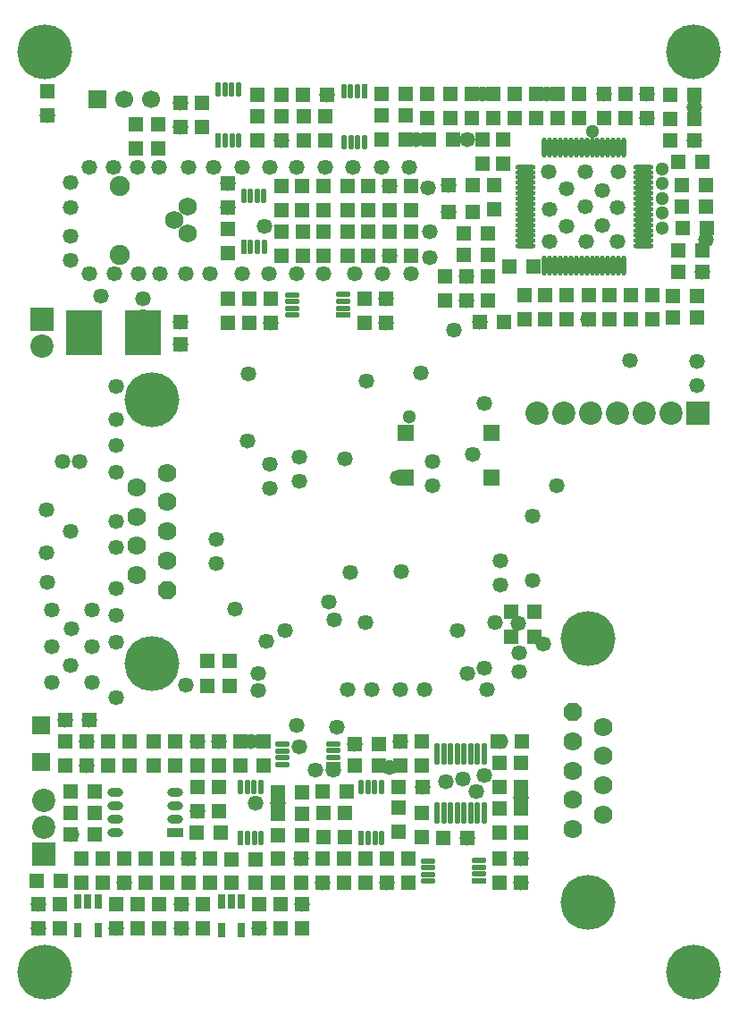
<source format=gts>
%FSLAX42Y42*%
%MOMM*%
G71*
G01*
G75*
G04 Layer_Color=8388736*
%ADD10R,1.22X1.22*%
%ADD11R,1.22X1.22*%
%ADD12R,3.20X4.00*%
%ADD13R,1.27X1.27*%
%ADD14R,1.40X1.40*%
%ADD15O,0.25X1.75*%
%ADD16O,1.75X0.25*%
%ADD17O,1.20X0.35*%
%ADD18R,1.20X0.35*%
%ADD19O,0.35X1.20*%
%ADD20R,0.35X1.20*%
%ADD21R,0.60X1.20*%
%ADD22O,1.30X0.65*%
%ADD23R,1.30X0.65*%
%ADD24O,0.35X1.85*%
%ADD25R,1.27X1.27*%
%ADD26R,1.52X1.52*%
%ADD27C,0.25*%
%ADD28C,0.60*%
%ADD29C,2.00*%
%ADD30C,1.20*%
%ADD31C,0.50*%
%ADD32C,0.40*%
%ADD33C,1.30*%
%ADD34C,0.25*%
%ADD35C,0.35*%
%ADD36C,0.30*%
%ADD37C,0.80*%
%ADD38C,5.00*%
%ADD39C,5.00*%
%ADD40C,1.57*%
%ADD41P,1.70X8X292.5*%
%ADD42R,1.50X1.50*%
%ADD43C,1.50*%
%ADD44C,2.00*%
%ADD45R,2.00X2.00*%
%ADD46R,2.00X2.00*%
%ADD47C,1.52*%
%ADD48C,1.27*%
%ADD49C,1.10*%
%ADD50C,1.70*%
%ADD51R,1.20X0.60*%
%ADD52R,1.75X0.25*%
%ADD53R,0.25X1.75*%
%ADD54O,2.03X0.61*%
%ADD55R,0.69X0.99*%
%ADD56R,1.02X2.03*%
%ADD57R,5.59X8.64*%
%ADD58R,2.03X3.05*%
%ADD59R,3.05X2.03*%
%ADD60R,0.76X1.30*%
%ADD61C,1.00*%
%ADD62C,0.20*%
%ADD63C,0.20*%
%ADD64C,0.30*%
%ADD65C,0.38*%
%ADD66C,0.13*%
%ADD67C,0.10*%
%ADD68C,0.15*%
%ADD69R,1.42X1.42*%
%ADD70R,1.42X1.42*%
%ADD71R,3.40X4.20*%
%ADD72R,1.47X1.47*%
%ADD73R,1.60X1.60*%
%ADD74O,0.45X1.95*%
%ADD75O,1.95X0.45*%
%ADD76O,1.40X0.55*%
%ADD77R,1.40X0.55*%
%ADD78O,0.55X1.40*%
%ADD79R,0.55X1.40*%
%ADD80R,0.80X1.40*%
%ADD81O,1.50X0.85*%
%ADD82R,1.50X0.85*%
%ADD83O,0.55X2.05*%
%ADD84R,1.47X1.47*%
%ADD85R,1.73X1.73*%
%ADD86C,5.20*%
%ADD87C,5.20*%
%ADD88C,1.78*%
%ADD89P,1.92X8X292.5*%
%ADD90R,1.70X1.70*%
%ADD91C,1.70*%
%ADD92C,2.20*%
%ADD93R,2.20X2.20*%
%ADD94R,2.20X2.20*%
%ADD95C,1.73*%
%ADD96C,1.47*%
%ADD97C,1.30*%
%ADD98C,1.90*%
D69*
X9766Y10922D02*
D03*
X9995D02*
D03*
X6363Y11316D02*
D03*
X6591D02*
D03*
X6363Y10655D02*
D03*
X6591D02*
D03*
X9899Y10075D02*
D03*
X9670D02*
D03*
X9896Y10277D02*
D03*
X9668D02*
D03*
X6363Y11087D02*
D03*
X6591D02*
D03*
X7686Y10665D02*
D03*
X7915D02*
D03*
X9982Y11328D02*
D03*
X9754D02*
D03*
X9982Y11125D02*
D03*
X9754D02*
D03*
X6363Y10884D02*
D03*
X6591D02*
D03*
X6912Y11986D02*
D03*
X7140D02*
D03*
X3962Y5182D02*
D03*
X4191D02*
D03*
X3962Y5588D02*
D03*
X4191D02*
D03*
X6350D02*
D03*
X6579D02*
D03*
X6160Y5169D02*
D03*
X5931D02*
D03*
X5486Y4724D02*
D03*
X5715D02*
D03*
X3645Y4737D02*
D03*
X3874D02*
D03*
X5385Y5194D02*
D03*
X5156D02*
D03*
X7074Y5626D02*
D03*
X7303D02*
D03*
X7775Y11072D02*
D03*
X7547D02*
D03*
X8118Y10551D02*
D03*
X8347D02*
D03*
X9718Y10703D02*
D03*
X9947D02*
D03*
X7775Y11326D02*
D03*
X7547D02*
D03*
X7686Y10868D02*
D03*
X7915D02*
D03*
X5959Y12176D02*
D03*
X5731D02*
D03*
X6391D02*
D03*
X6162D02*
D03*
X9718Y11542D02*
D03*
X9947D02*
D03*
X9642Y11745D02*
D03*
X9871D02*
D03*
X6912Y12189D02*
D03*
X7140D02*
D03*
X6912Y11757D02*
D03*
X7140D02*
D03*
X7585D02*
D03*
X7356D02*
D03*
X3962Y5385D02*
D03*
X4191D02*
D03*
X5931Y5372D02*
D03*
X6160D02*
D03*
X5931Y5575D02*
D03*
X6160D02*
D03*
X5486Y4940D02*
D03*
X5715D02*
D03*
X7493Y5144D02*
D03*
X7722D02*
D03*
X6883Y6033D02*
D03*
X6655D02*
D03*
X6883Y5829D02*
D03*
X6655D02*
D03*
X9642Y12176D02*
D03*
X9871D02*
D03*
Y11948D02*
D03*
X9642D02*
D03*
X8067Y10030D02*
D03*
X7839D02*
D03*
X9947Y10500D02*
D03*
X9718D02*
D03*
X8242Y6058D02*
D03*
X8014D02*
D03*
X4140Y6261D02*
D03*
X3912D02*
D03*
D70*
X3747Y12217D02*
D03*
Y11989D02*
D03*
X5451Y10678D02*
D03*
Y10907D02*
D03*
X8026Y5423D02*
D03*
Y5194D02*
D03*
X5654Y10018D02*
D03*
Y10246D02*
D03*
X5451Y10018D02*
D03*
Y10246D02*
D03*
X5858D02*
D03*
Y10018D02*
D03*
X6746Y10246D02*
D03*
Y10018D02*
D03*
X6950D02*
D03*
Y10246D02*
D03*
X7978Y11097D02*
D03*
Y11326D02*
D03*
X5959Y11084D02*
D03*
Y11313D02*
D03*
X8871Y10053D02*
D03*
Y10282D02*
D03*
X9071Y10056D02*
D03*
Y10284D02*
D03*
X7191Y10653D02*
D03*
Y10881D02*
D03*
X6785Y11084D02*
D03*
Y11313D02*
D03*
X9274Y10056D02*
D03*
Y10284D02*
D03*
X9477Y10056D02*
D03*
Y10284D02*
D03*
X7191Y11313D02*
D03*
Y11084D02*
D03*
X4585Y11671D02*
D03*
Y11900D02*
D03*
X4791Y11897D02*
D03*
Y11668D02*
D03*
X5731Y11973D02*
D03*
Y11745D02*
D03*
X7343Y12189D02*
D03*
Y11961D02*
D03*
X5959Y10881D02*
D03*
Y10653D02*
D03*
X5956Y4293D02*
D03*
Y4521D02*
D03*
X4597Y4293D02*
D03*
Y4521D02*
D03*
X6785Y10881D02*
D03*
Y10653D02*
D03*
X6363Y5385D02*
D03*
Y5156D02*
D03*
X4267Y4724D02*
D03*
Y4953D02*
D03*
X4470D02*
D03*
Y4724D02*
D03*
X3912Y5829D02*
D03*
Y6058D02*
D03*
X5283Y4953D02*
D03*
Y4724D02*
D03*
X4750Y5829D02*
D03*
Y6058D02*
D03*
X7074Y5436D02*
D03*
Y5207D02*
D03*
X6756Y4724D02*
D03*
Y4953D02*
D03*
X8664Y10284D02*
D03*
Y10056D02*
D03*
X8462Y10282D02*
D03*
Y10053D02*
D03*
X8264Y10282D02*
D03*
Y10053D02*
D03*
X6160Y11316D02*
D03*
Y11087D02*
D03*
X6988Y11084D02*
D03*
Y11313D02*
D03*
X7915Y10233D02*
D03*
Y10462D02*
D03*
X7712Y10233D02*
D03*
Y10462D02*
D03*
X7508D02*
D03*
Y10233D02*
D03*
X8062Y11760D02*
D03*
Y11531D02*
D03*
X7864Y11757D02*
D03*
Y11529D02*
D03*
X6378Y11745D02*
D03*
Y11973D02*
D03*
X6175Y11745D02*
D03*
Y11973D02*
D03*
X5959Y11745D02*
D03*
Y11973D02*
D03*
X5210Y12100D02*
D03*
Y11872D02*
D03*
X5007D02*
D03*
Y12100D02*
D03*
X5451Y11338D02*
D03*
Y11110D02*
D03*
X8169Y12189D02*
D03*
Y11961D02*
D03*
X6162Y10653D02*
D03*
Y10881D02*
D03*
X8575Y12189D02*
D03*
Y11961D02*
D03*
X8372Y12189D02*
D03*
Y11961D02*
D03*
X7966Y12189D02*
D03*
Y11961D02*
D03*
X7762Y12189D02*
D03*
Y11961D02*
D03*
X7559Y12189D02*
D03*
Y11961D02*
D03*
X6160Y4521D02*
D03*
Y4293D02*
D03*
X4801Y4521D02*
D03*
Y4293D02*
D03*
X5753D02*
D03*
Y4521D02*
D03*
X5017Y4293D02*
D03*
Y4521D02*
D03*
X4394Y4293D02*
D03*
Y4521D02*
D03*
X3658Y4293D02*
D03*
Y4521D02*
D03*
X6988Y10881D02*
D03*
Y10653D02*
D03*
X9220Y11961D02*
D03*
Y12189D02*
D03*
X9423Y11961D02*
D03*
Y12189D02*
D03*
X8779D02*
D03*
Y11961D02*
D03*
X9020Y12189D02*
D03*
Y11961D02*
D03*
X5220Y4521D02*
D03*
Y4293D02*
D03*
X3861Y4521D02*
D03*
Y4293D02*
D03*
X6566Y5385D02*
D03*
Y5156D02*
D03*
X4064Y4953D02*
D03*
Y4724D02*
D03*
X4521Y5829D02*
D03*
Y6058D02*
D03*
X4318Y5829D02*
D03*
Y6058D02*
D03*
X4115D02*
D03*
Y5829D02*
D03*
X5791Y6058D02*
D03*
Y5829D02*
D03*
X5575Y6058D02*
D03*
Y5829D02*
D03*
X5169Y5397D02*
D03*
Y5626D02*
D03*
Y6058D02*
D03*
Y5829D02*
D03*
X4877Y4724D02*
D03*
Y4953D02*
D03*
X4674Y4724D02*
D03*
Y4953D02*
D03*
X4953Y6058D02*
D03*
Y5829D02*
D03*
X5080Y4953D02*
D03*
Y4724D02*
D03*
X5372Y5397D02*
D03*
Y5626D02*
D03*
X6147Y4953D02*
D03*
Y4724D02*
D03*
X5931Y4722D02*
D03*
Y4950D02*
D03*
X7290Y5385D02*
D03*
Y5156D02*
D03*
Y5829D02*
D03*
Y6058D02*
D03*
X7087Y5829D02*
D03*
Y6058D02*
D03*
X6350Y4724D02*
D03*
Y4953D02*
D03*
X6553Y4724D02*
D03*
Y4953D02*
D03*
X7163Y4724D02*
D03*
Y4953D02*
D03*
X6960Y4724D02*
D03*
Y4953D02*
D03*
X8026D02*
D03*
Y4724D02*
D03*
X8230D02*
D03*
Y4953D02*
D03*
X8026Y5855D02*
D03*
Y5626D02*
D03*
X8230Y5855D02*
D03*
Y5626D02*
D03*
Y5423D02*
D03*
Y5194D02*
D03*
X5372Y5829D02*
D03*
Y6058D02*
D03*
D71*
X4648Y9931D02*
D03*
X4089D02*
D03*
D72*
X8141Y7290D02*
D03*
X8357D02*
D03*
X8141Y7049D02*
D03*
X8357D02*
D03*
X5258Y6820D02*
D03*
X5474D02*
D03*
X5258Y6582D02*
D03*
X5473D02*
D03*
D73*
X7950Y8560D02*
D03*
X7137D02*
D03*
X7950Y8979D02*
D03*
X7137D02*
D03*
D74*
X8454Y11680D02*
D03*
X8504D02*
D03*
X8554D02*
D03*
X8604D02*
D03*
X8654D02*
D03*
X8704D02*
D03*
X8754D02*
D03*
X8804D02*
D03*
X8854D02*
D03*
X8904D02*
D03*
X8954D02*
D03*
X9004D02*
D03*
X9054D02*
D03*
X9104D02*
D03*
X9154D02*
D03*
X9204D02*
D03*
Y10565D02*
D03*
X9154D02*
D03*
X9104D02*
D03*
X9054D02*
D03*
X9004D02*
D03*
X8954D02*
D03*
X8904D02*
D03*
X8854D02*
D03*
X8804D02*
D03*
X8754D02*
D03*
X8704D02*
D03*
X8654D02*
D03*
X8604D02*
D03*
X8554D02*
D03*
X8504D02*
D03*
X8454D02*
D03*
D75*
X9387Y11497D02*
D03*
Y11447D02*
D03*
Y11397D02*
D03*
Y11347D02*
D03*
Y11297D02*
D03*
Y11247D02*
D03*
Y11197D02*
D03*
Y11147D02*
D03*
Y11097D02*
D03*
Y11047D02*
D03*
Y10997D02*
D03*
Y10947D02*
D03*
Y10897D02*
D03*
Y10847D02*
D03*
Y10797D02*
D03*
Y10747D02*
D03*
X8272D02*
D03*
Y10797D02*
D03*
Y10847D02*
D03*
Y10897D02*
D03*
Y10947D02*
D03*
Y10997D02*
D03*
Y11047D02*
D03*
Y11097D02*
D03*
Y11147D02*
D03*
Y11197D02*
D03*
Y11247D02*
D03*
Y11297D02*
D03*
Y11347D02*
D03*
Y11397D02*
D03*
Y11447D02*
D03*
Y11497D02*
D03*
D76*
X6543Y10289D02*
D03*
Y10224D02*
D03*
Y10159D02*
D03*
X6061Y10284D02*
D03*
Y10157D02*
D03*
Y10094D02*
D03*
Y10221D02*
D03*
X6452Y6037D02*
D03*
Y5972D02*
D03*
Y5907D02*
D03*
X5969Y6033D02*
D03*
Y5906D02*
D03*
Y5842D02*
D03*
Y5969D02*
D03*
X7836Y4932D02*
D03*
Y4867D02*
D03*
Y4802D02*
D03*
X7353Y4928D02*
D03*
Y4801D02*
D03*
Y4737D02*
D03*
Y4864D02*
D03*
D77*
X6543Y10094D02*
D03*
X6452Y5842D02*
D03*
X7836Y4737D02*
D03*
D78*
X6551Y12215D02*
D03*
X6617D02*
D03*
X6681D02*
D03*
X6556Y11732D02*
D03*
X6683D02*
D03*
X6746D02*
D03*
X6619D02*
D03*
X5799Y10741D02*
D03*
X5733D02*
D03*
X5669D02*
D03*
X5794Y11224D02*
D03*
X5667D02*
D03*
X5603D02*
D03*
X5731D02*
D03*
X5557Y11745D02*
D03*
X5492D02*
D03*
X5427D02*
D03*
X5553Y12227D02*
D03*
X5426D02*
D03*
X5362D02*
D03*
X5489D02*
D03*
X5770Y5144D02*
D03*
X5705D02*
D03*
X5640D02*
D03*
X5766Y5626D02*
D03*
X5639D02*
D03*
X5575D02*
D03*
X5702D02*
D03*
X6845D02*
D03*
X6718D02*
D03*
X6782D02*
D03*
X6909D02*
D03*
X6783Y5144D02*
D03*
X6848D02*
D03*
X6913D02*
D03*
D79*
X6746Y12215D02*
D03*
X5603Y10741D02*
D03*
X5362Y11745D02*
D03*
X5575Y5144D02*
D03*
X6718D02*
D03*
D80*
X5581Y4540D02*
D03*
X5486D02*
D03*
X5391D02*
D03*
Y4274D02*
D03*
X5581D02*
D03*
X4222Y4540D02*
D03*
X4128D02*
D03*
X4033D02*
D03*
Y4274D02*
D03*
X4222D02*
D03*
D81*
X4953Y5448D02*
D03*
X4384Y5194D02*
D03*
Y5575D02*
D03*
X4953D02*
D03*
X4384Y5448D02*
D03*
X4953Y5321D02*
D03*
X4384D02*
D03*
D82*
X4953Y5194D02*
D03*
D83*
X7436Y5384D02*
D03*
X7499D02*
D03*
X7563D02*
D03*
X7626D02*
D03*
X7690D02*
D03*
X7753D02*
D03*
X7817D02*
D03*
X7880D02*
D03*
X7436Y5944D02*
D03*
X7499D02*
D03*
X7563D02*
D03*
X7626D02*
D03*
X7690D02*
D03*
X7753D02*
D03*
X7817D02*
D03*
X7880D02*
D03*
D84*
X5004Y9817D02*
D03*
Y10033D02*
D03*
D85*
X3683Y5867D02*
D03*
Y6210D02*
D03*
D86*
X3721Y12586D02*
D03*
X9868D02*
D03*
Y3874D02*
D03*
X3721D02*
D03*
D87*
X8867Y7034D02*
D03*
X8867Y4534D02*
D03*
X4735Y9296D02*
D03*
X4735Y6797D02*
D03*
D88*
X9009Y6198D02*
D03*
X8725Y5228D02*
D03*
X9009Y5366D02*
D03*
Y5643D02*
D03*
X8725Y5505D02*
D03*
Y5783D02*
D03*
Y6060D02*
D03*
X9009Y5920D02*
D03*
X4593Y7910D02*
D03*
X4877Y7770D02*
D03*
Y8048D02*
D03*
Y8325D02*
D03*
X4593Y8187D02*
D03*
Y8465D02*
D03*
X4877Y8602D02*
D03*
X4593Y7633D02*
D03*
D89*
X8725Y6337D02*
D03*
X4877Y7493D02*
D03*
D90*
X4216Y12141D02*
D03*
D91*
X4470D02*
D03*
X4724D02*
D03*
D92*
X8382Y9169D02*
D03*
X8636D02*
D03*
X8890D02*
D03*
X9144D02*
D03*
X9398D02*
D03*
X9652D02*
D03*
X3708Y5499D02*
D03*
Y5245D02*
D03*
X3696Y9804D02*
D03*
D93*
X9906Y9169D02*
D03*
D94*
X3708Y4991D02*
D03*
X3696Y10058D02*
D03*
D95*
X5070Y11122D02*
D03*
X4943Y10995D02*
D03*
X5070Y10868D02*
D03*
D96*
X9144Y10795D02*
D03*
X9004Y10947D02*
D03*
X8504Y10793D02*
D03*
X8661Y10935D02*
D03*
X5740Y6540D02*
D03*
X8446Y6985D02*
D03*
X8204Y7175D02*
D03*
X7988Y7188D02*
D03*
X5817Y7010D02*
D03*
X4254Y10274D02*
D03*
X3747Y11989D02*
D03*
X8217Y6896D02*
D03*
Y6718D02*
D03*
X9262Y9668D02*
D03*
X9897Y9655D02*
D03*
Y9427D02*
D03*
X9947Y10500D02*
D03*
X3962Y8052D02*
D03*
X3734Y8255D02*
D03*
X4648Y9919D02*
D03*
Y10084D02*
D03*
X8865Y10058D02*
D03*
X4801Y11493D02*
D03*
X4597D02*
D03*
X4369D02*
D03*
X4140D02*
D03*
X3962Y11354D02*
D03*
Y11112D02*
D03*
Y10846D02*
D03*
Y10617D02*
D03*
X4140Y10490D02*
D03*
X4381D02*
D03*
X7772Y8776D02*
D03*
X8039Y6058D02*
D03*
X6769Y9474D02*
D03*
X7283Y9550D02*
D03*
X5017Y4521D02*
D03*
X3658D02*
D03*
X4115Y5829D02*
D03*
X5372Y6058D02*
D03*
X6655Y6033D02*
D03*
X7087Y6058D02*
D03*
X8230Y4724D02*
D03*
Y4953D02*
D03*
X5753Y4293D02*
D03*
X5017D02*
D03*
X4394D02*
D03*
X3658D02*
D03*
X4115Y6058D02*
D03*
X4470Y4724D02*
D03*
X5080Y4953D02*
D03*
X5169Y5397D02*
D03*
X5931Y5474D02*
D03*
X5164Y6060D02*
D03*
X6985Y5814D02*
D03*
X8230Y5524D02*
D03*
X6960Y4724D02*
D03*
X6350D02*
D03*
X6160Y4521D02*
D03*
X6147Y4953D02*
D03*
X5715Y5474D02*
D03*
X7683Y5702D02*
D03*
X6134Y6007D02*
D03*
X6287Y5791D02*
D03*
X6452D02*
D03*
X7887Y5740D02*
D03*
X7811Y5588D02*
D03*
X7518Y5677D02*
D03*
X7303Y5626D02*
D03*
X7722Y5144D02*
D03*
X5007Y11872D02*
D03*
X5858Y10018D02*
D03*
X6950D02*
D03*
Y10246D02*
D03*
X7712Y10233D02*
D03*
X7547Y11072D02*
D03*
X7864Y12189D02*
D03*
X6391Y12176D02*
D03*
X5959Y11745D02*
D03*
X5007Y12100D02*
D03*
X5451Y11338D02*
D03*
X9982Y10808D02*
D03*
X7839Y10030D02*
D03*
X9426Y12189D02*
D03*
Y11961D02*
D03*
X9871Y12062D02*
D03*
X9020Y12189D02*
D03*
X8474D02*
D03*
X9871Y11745D02*
D03*
X7724Y11757D02*
D03*
X7547Y11326D02*
D03*
X7712Y10462D02*
D03*
X7242Y11757D02*
D03*
X5451Y11110D02*
D03*
X6988Y11313D02*
D03*
Y10653D02*
D03*
X5799Y10936D02*
D03*
X5651Y9538D02*
D03*
X5639Y8903D02*
D03*
X6464Y7214D02*
D03*
X5740Y6706D02*
D03*
X5994Y7112D02*
D03*
X6490Y6198D02*
D03*
X6109Y6210D02*
D03*
X6414Y7379D02*
D03*
X7099Y7671D02*
D03*
X6617Y7658D02*
D03*
X6591Y6553D02*
D03*
X8039Y7772D02*
D03*
X5347Y7747D02*
D03*
X6134Y8750D02*
D03*
X5855Y8687D02*
D03*
X8344Y8192D02*
D03*
X7391Y8484D02*
D03*
X6566Y8738D02*
D03*
X5855Y8458D02*
D03*
X6134Y8522D02*
D03*
X5347Y7976D02*
D03*
X5524Y7315D02*
D03*
X6820Y6553D02*
D03*
X8039Y7544D02*
D03*
X8344Y7582D02*
D03*
X7633Y7112D02*
D03*
X7087Y6553D02*
D03*
X7315D02*
D03*
X7722Y6706D02*
D03*
X7887Y6756D02*
D03*
X7391Y8712D02*
D03*
X7061Y8560D02*
D03*
X5004Y9817D02*
D03*
Y10033D02*
D03*
X3886Y8712D02*
D03*
X4051D02*
D03*
X3734Y7849D02*
D03*
X3747Y7569D02*
D03*
X3785Y6617D02*
D03*
X4166D02*
D03*
X3785Y7303D02*
D03*
X4166D02*
D03*
X3785Y6960D02*
D03*
X4166D02*
D03*
X3962Y6782D02*
D03*
X7912Y6553D02*
D03*
X8572Y8484D02*
D03*
X7595Y9957D02*
D03*
X5055Y6591D02*
D03*
X7887Y9258D02*
D03*
X5677Y6058D02*
D03*
X4394Y9423D02*
D03*
Y7899D02*
D03*
Y8611D02*
D03*
Y8865D02*
D03*
Y9106D02*
D03*
Y6477D02*
D03*
Y8141D02*
D03*
Y7506D02*
D03*
Y7252D02*
D03*
Y6998D02*
D03*
X4648Y10249D02*
D03*
X8496Y11455D02*
D03*
X8500Y11097D02*
D03*
X8839Y11125D02*
D03*
Y11455D02*
D03*
X9144Y11112D02*
D03*
X9004Y11278D02*
D03*
X8661Y11290D02*
D03*
X9157Y11450D02*
D03*
X8852Y10795D02*
D03*
X6756Y7188D02*
D03*
X5588Y10490D02*
D03*
X5842D02*
D03*
X6109D02*
D03*
X6363D02*
D03*
X6655D02*
D03*
X6921D02*
D03*
X7188D02*
D03*
X7366Y10884D02*
D03*
Y10643D02*
D03*
X5588Y11493D02*
D03*
X5321D02*
D03*
X5080D02*
D03*
X5855D02*
D03*
X6109D02*
D03*
X6375D02*
D03*
X6642D02*
D03*
X6909D02*
D03*
X7175D02*
D03*
X7353Y11303D02*
D03*
X5283Y10490D02*
D03*
X5055D02*
D03*
X4813D02*
D03*
X4610D02*
D03*
X3975Y5182D02*
D03*
Y7125D02*
D03*
X3912Y6261D02*
D03*
X4140D02*
D03*
X3683Y5867D02*
D03*
Y6210D02*
D03*
D97*
X9566Y10919D02*
D03*
Y11059D02*
D03*
Y11199D02*
D03*
Y11338D02*
D03*
Y11478D02*
D03*
X8906Y11834D02*
D03*
X7175Y9131D02*
D03*
D98*
X4432Y11316D02*
D03*
Y10668D02*
D03*
M02*

</source>
